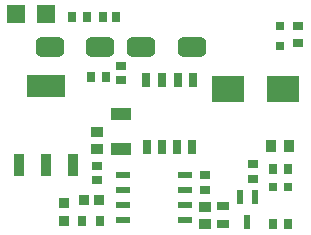
<source format=gtp>
%FSTAX23Y23*%
%MOIN*%
%SFA1B1*%

%IPPOS*%
%AMD18*
4,1,8,-0.024600,0.008900,-0.024600,-0.008900,-0.022700,-0.010800,0.022700,-0.010800,0.024600,-0.008900,0.024600,0.008900,0.022700,0.010800,-0.022700,0.010800,-0.024600,0.008900,0.0*
1,1,0.003900,-0.022700,0.008900*
1,1,0.003900,-0.022700,-0.008900*
1,1,0.003900,0.022700,-0.008900*
1,1,0.003900,0.022700,0.008900*
%
%AMD34*
4,1,8,-0.032000,-0.031700,0.032000,-0.031700,0.047800,-0.015800,0.047800,0.015800,0.032000,0.031700,-0.032000,0.031700,-0.047800,0.015800,-0.047800,-0.015800,-0.032000,-0.031700,0.0*
1,1,0.031700,-0.032000,-0.015800*
1,1,0.031700,0.032000,-0.015800*
1,1,0.031700,0.032000,0.015800*
1,1,0.031700,-0.032000,0.015800*
%
%ADD15R,0.106300X0.086610*%
%ADD16R,0.031500X0.031500*%
%ADD17R,0.035430X0.027560*%
G04~CAMADD=18~8~0.0~0.0~216.5~492.1~19.5~0.0~15~0.0~0.0~0.0~0.0~0~0.0~0.0~0.0~0.0~0~0.0~0.0~0.0~90.0~492.0~216.0*
%ADD18D18*%
%ADD19R,0.035430X0.074800*%
%ADD20R,0.125980X0.074800*%
%ADD21R,0.060000X0.060000*%
%ADD22R,0.060000X0.060000*%
%ADD23R,0.033470X0.029530*%
%ADD24R,0.039370X0.031500*%
%ADD25R,0.029530X0.033470*%
%ADD26R,0.041340X0.035430*%
%ADD27R,0.066140X0.039370*%
%ADD28R,0.027560X0.033470*%
%ADD29R,0.037400X0.037400*%
%ADD30R,0.033470X0.027560*%
%ADD31R,0.035430X0.041340*%
%ADD32R,0.019680X0.049210*%
%ADD33R,0.025590X0.047240*%
G04~CAMADD=34~8~0.0~0.0~956.7~633.9~158.5~0.0~15~0.0~0.0~0.0~0.0~0~0.0~0.0~0.0~0.0~0~0.0~0.0~0.0~180.0~956.0~633.0*
%ADD34D34*%
%ADD35R,0.035430X0.029530*%
%ADD36R,0.031750X0.034180*%
%ADD37R,0.031500X0.035430*%
%ADD38R,0.031970X0.029850*%
%ADD39R,0.029850X0.031970*%
%ADD40R,0.027560X0.025590*%
%LNboost-shield-v2-1*%
%LPD*%
G54D15*
X0105Y0051D03*
X00864D03*
G54D16*
X0104Y00655D03*
Y0072D03*
G54D17*
X011Y0072D03*
Y00664D03*
G54D18*
X00723Y00075D03*
Y00125D03*
Y00175D03*
Y00225D03*
X00516Y00075D03*
Y00125D03*
Y00175D03*
Y00225D03*
G54D19*
X00169Y00256D03*
X0026D03*
X0035D03*
G54D20*
X0026Y0052D03*
G54D21*
X0026Y0076D03*
G54D22*
X0016Y0076D03*
G54D23*
X0095Y00261D03*
Y0021D03*
G54D24*
X0085Y00119D03*
Y0006D03*
G54D25*
X01014Y0006D03*
X01065D03*
X00395Y0075D03*
X00344D03*
G54D26*
X0079Y00061D03*
Y00118D03*
X0043Y00312D03*
Y00367D03*
G54D27*
X0051Y00312D03*
Y00427D03*
G54D28*
X0041Y0055D03*
X0046D03*
X00492Y0075D03*
X00447D03*
G54D29*
X0032Y0007D03*
Y00129D03*
G54D30*
X0051Y00542D03*
Y00587D03*
G54D31*
X0101Y0032D03*
X01067D03*
G54D32*
X0093Y00067D03*
X00904Y00152D03*
X00955D03*
G54D33*
X00592Y0054D03*
X00645D03*
X00697D03*
X0075D03*
X00746Y00318D03*
X00696D03*
X00646D03*
X00596D03*
G54D34*
X0044Y0065D03*
X00271D03*
X00744D03*
X00575D03*
G54D35*
X0043Y00206D03*
Y00253D03*
G54D36*
X00385Y0014D03*
X00434D03*
G54D37*
X0038Y0007D03*
X00439D03*
G54D38*
X0079Y00224D03*
Y00175D03*
G54D39*
X01064Y00245D03*
X01015D03*
G54D40*
X01065Y00185D03*
X01014D03*
M02*
</source>
